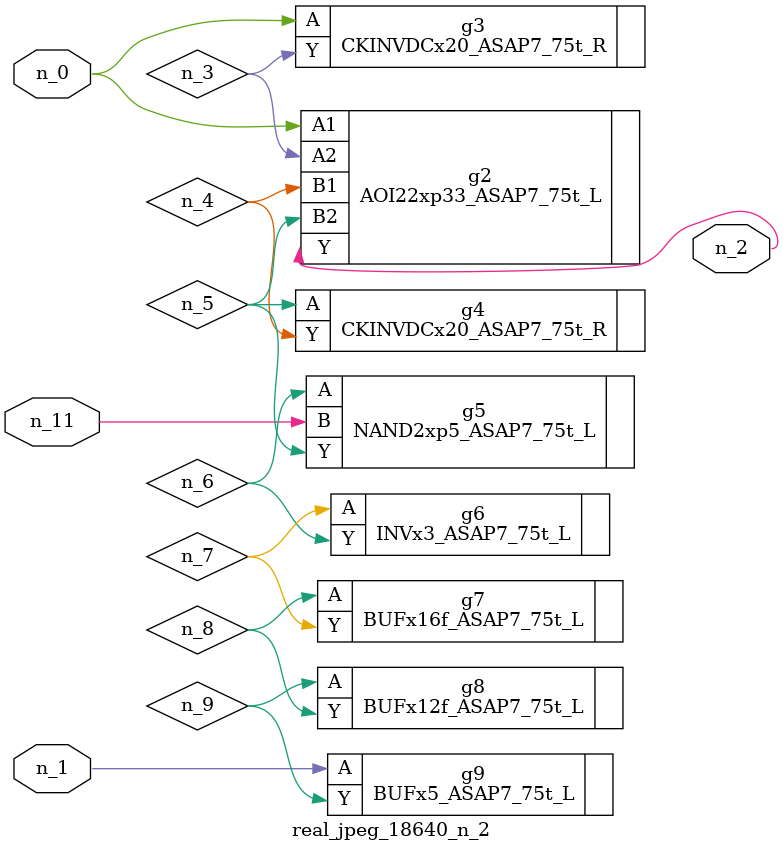
<source format=v>
module real_jpeg_18640_n_2 (n_1, n_11, n_0, n_2);

input n_1;
input n_11;
input n_0;

output n_2;

wire n_5;
wire n_4;
wire n_8;
wire n_6;
wire n_7;
wire n_3;
wire n_9;

AOI22xp33_ASAP7_75t_L g2 ( 
.A1(n_0),
.A2(n_3),
.B1(n_4),
.B2(n_5),
.Y(n_2)
);

CKINVDCx20_ASAP7_75t_R g3 ( 
.A(n_0),
.Y(n_3)
);

BUFx5_ASAP7_75t_L g9 ( 
.A(n_1),
.Y(n_9)
);

CKINVDCx20_ASAP7_75t_R g4 ( 
.A(n_5),
.Y(n_4)
);

NAND2xp5_ASAP7_75t_L g5 ( 
.A(n_6),
.B(n_11),
.Y(n_5)
);

INVx3_ASAP7_75t_L g6 ( 
.A(n_7),
.Y(n_6)
);

BUFx16f_ASAP7_75t_L g7 ( 
.A(n_8),
.Y(n_7)
);

BUFx12f_ASAP7_75t_L g8 ( 
.A(n_9),
.Y(n_8)
);


endmodule
</source>
